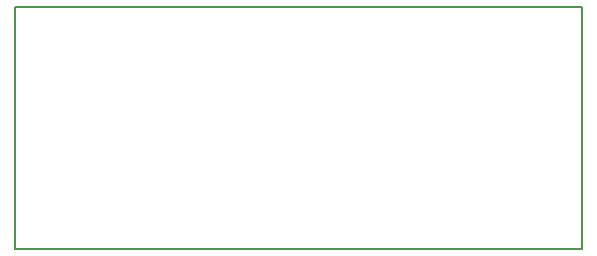
<source format=gbr>
%TF.GenerationSoftware,KiCad,Pcbnew,(5.1.6)-1*%
%TF.CreationDate,2021-05-11T15:15:27+02:00*%
%TF.ProjectId,Buck_Converter,4275636b-5f43-46f6-9e76-65727465722e,rev?*%
%TF.SameCoordinates,Original*%
%TF.FileFunction,Profile,NP*%
%FSLAX46Y46*%
G04 Gerber Fmt 4.6, Leading zero omitted, Abs format (unit mm)*
G04 Created by KiCad (PCBNEW (5.1.6)-1) date 2021-05-11 15:15:27*
%MOMM*%
%LPD*%
G01*
G04 APERTURE LIST*
%TA.AperFunction,Profile*%
%ADD10C,0.150000*%
%TD*%
G04 APERTURE END LIST*
D10*
X125250000Y-57250000D02*
X77250000Y-57250000D01*
X125250000Y-77750000D02*
X125250000Y-57250000D01*
X77250000Y-77750000D02*
X125250000Y-77750000D01*
X77250000Y-57250000D02*
X77250000Y-77750000D01*
M02*

</source>
